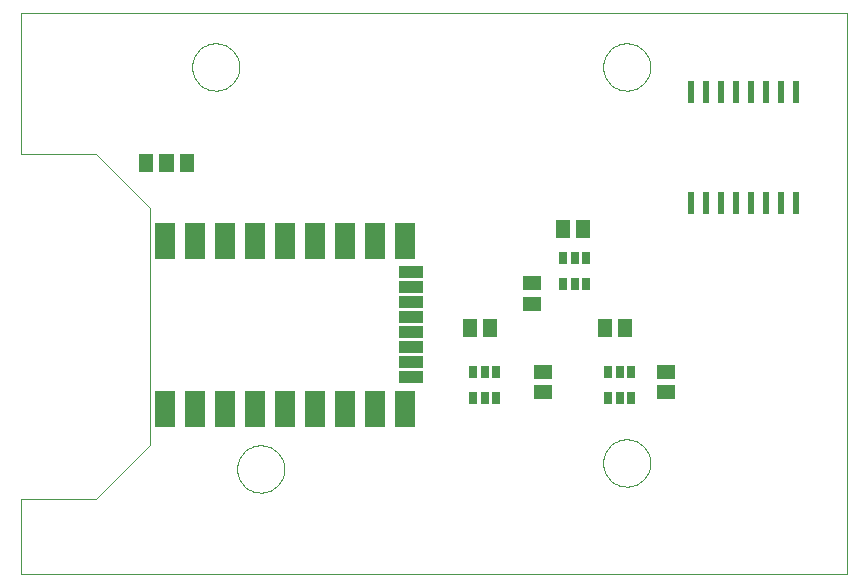
<source format=gtp>
G75*
%MOIN*%
%OFA0B0*%
%FSLAX24Y24*%
%IPPOS*%
%LPD*%
%AMOC8*
5,1,8,0,0,1.08239X$1,22.5*
%
%ADD10C,0.0000*%
%ADD11R,0.0700X0.1200*%
%ADD12R,0.0800X0.0400*%
%ADD13R,0.0210X0.0780*%
%ADD14R,0.0512X0.0591*%
%ADD15R,0.0591X0.0512*%
%ADD16R,0.0276X0.0394*%
D10*
X003250Y002550D02*
X003250Y005050D01*
X005750Y005050D01*
X007550Y006850D01*
X007550Y014750D01*
X005750Y016550D01*
X003250Y016550D01*
X003250Y021235D01*
X030809Y021235D01*
X030809Y002550D01*
X003250Y002550D01*
X010463Y006050D02*
X010465Y006106D01*
X010471Y006161D01*
X010481Y006215D01*
X010494Y006269D01*
X010512Y006322D01*
X010533Y006373D01*
X010557Y006423D01*
X010585Y006471D01*
X010617Y006517D01*
X010651Y006561D01*
X010689Y006602D01*
X010729Y006640D01*
X010772Y006675D01*
X010817Y006707D01*
X010865Y006736D01*
X010914Y006762D01*
X010965Y006784D01*
X011017Y006802D01*
X011071Y006816D01*
X011126Y006827D01*
X011181Y006834D01*
X011236Y006837D01*
X011292Y006836D01*
X011347Y006831D01*
X011402Y006822D01*
X011456Y006810D01*
X011509Y006793D01*
X011561Y006773D01*
X011611Y006749D01*
X011659Y006722D01*
X011706Y006692D01*
X011750Y006658D01*
X011792Y006621D01*
X011830Y006581D01*
X011867Y006539D01*
X011900Y006494D01*
X011929Y006448D01*
X011956Y006399D01*
X011978Y006348D01*
X011998Y006296D01*
X012013Y006242D01*
X012025Y006188D01*
X012033Y006133D01*
X012037Y006078D01*
X012037Y006022D01*
X012033Y005967D01*
X012025Y005912D01*
X012013Y005858D01*
X011998Y005804D01*
X011978Y005752D01*
X011956Y005701D01*
X011929Y005652D01*
X011900Y005606D01*
X011867Y005561D01*
X011830Y005519D01*
X011792Y005479D01*
X011750Y005442D01*
X011706Y005408D01*
X011659Y005378D01*
X011611Y005351D01*
X011561Y005327D01*
X011509Y005307D01*
X011456Y005290D01*
X011402Y005278D01*
X011347Y005269D01*
X011292Y005264D01*
X011236Y005263D01*
X011181Y005266D01*
X011126Y005273D01*
X011071Y005284D01*
X011017Y005298D01*
X010965Y005316D01*
X010914Y005338D01*
X010865Y005364D01*
X010817Y005393D01*
X010772Y005425D01*
X010729Y005460D01*
X010689Y005498D01*
X010651Y005539D01*
X010617Y005583D01*
X010585Y005629D01*
X010557Y005677D01*
X010533Y005727D01*
X010512Y005778D01*
X010494Y005831D01*
X010481Y005885D01*
X010471Y005939D01*
X010465Y005994D01*
X010463Y006050D01*
X022663Y006250D02*
X022665Y006306D01*
X022671Y006361D01*
X022681Y006415D01*
X022694Y006469D01*
X022712Y006522D01*
X022733Y006573D01*
X022757Y006623D01*
X022785Y006671D01*
X022817Y006717D01*
X022851Y006761D01*
X022889Y006802D01*
X022929Y006840D01*
X022972Y006875D01*
X023017Y006907D01*
X023065Y006936D01*
X023114Y006962D01*
X023165Y006984D01*
X023217Y007002D01*
X023271Y007016D01*
X023326Y007027D01*
X023381Y007034D01*
X023436Y007037D01*
X023492Y007036D01*
X023547Y007031D01*
X023602Y007022D01*
X023656Y007010D01*
X023709Y006993D01*
X023761Y006973D01*
X023811Y006949D01*
X023859Y006922D01*
X023906Y006892D01*
X023950Y006858D01*
X023992Y006821D01*
X024030Y006781D01*
X024067Y006739D01*
X024100Y006694D01*
X024129Y006648D01*
X024156Y006599D01*
X024178Y006548D01*
X024198Y006496D01*
X024213Y006442D01*
X024225Y006388D01*
X024233Y006333D01*
X024237Y006278D01*
X024237Y006222D01*
X024233Y006167D01*
X024225Y006112D01*
X024213Y006058D01*
X024198Y006004D01*
X024178Y005952D01*
X024156Y005901D01*
X024129Y005852D01*
X024100Y005806D01*
X024067Y005761D01*
X024030Y005719D01*
X023992Y005679D01*
X023950Y005642D01*
X023906Y005608D01*
X023859Y005578D01*
X023811Y005551D01*
X023761Y005527D01*
X023709Y005507D01*
X023656Y005490D01*
X023602Y005478D01*
X023547Y005469D01*
X023492Y005464D01*
X023436Y005463D01*
X023381Y005466D01*
X023326Y005473D01*
X023271Y005484D01*
X023217Y005498D01*
X023165Y005516D01*
X023114Y005538D01*
X023065Y005564D01*
X023017Y005593D01*
X022972Y005625D01*
X022929Y005660D01*
X022889Y005698D01*
X022851Y005739D01*
X022817Y005783D01*
X022785Y005829D01*
X022757Y005877D01*
X022733Y005927D01*
X022712Y005978D01*
X022694Y006031D01*
X022681Y006085D01*
X022671Y006139D01*
X022665Y006194D01*
X022663Y006250D01*
X022663Y019450D02*
X022665Y019506D01*
X022671Y019561D01*
X022681Y019615D01*
X022694Y019669D01*
X022712Y019722D01*
X022733Y019773D01*
X022757Y019823D01*
X022785Y019871D01*
X022817Y019917D01*
X022851Y019961D01*
X022889Y020002D01*
X022929Y020040D01*
X022972Y020075D01*
X023017Y020107D01*
X023065Y020136D01*
X023114Y020162D01*
X023165Y020184D01*
X023217Y020202D01*
X023271Y020216D01*
X023326Y020227D01*
X023381Y020234D01*
X023436Y020237D01*
X023492Y020236D01*
X023547Y020231D01*
X023602Y020222D01*
X023656Y020210D01*
X023709Y020193D01*
X023761Y020173D01*
X023811Y020149D01*
X023859Y020122D01*
X023906Y020092D01*
X023950Y020058D01*
X023992Y020021D01*
X024030Y019981D01*
X024067Y019939D01*
X024100Y019894D01*
X024129Y019848D01*
X024156Y019799D01*
X024178Y019748D01*
X024198Y019696D01*
X024213Y019642D01*
X024225Y019588D01*
X024233Y019533D01*
X024237Y019478D01*
X024237Y019422D01*
X024233Y019367D01*
X024225Y019312D01*
X024213Y019258D01*
X024198Y019204D01*
X024178Y019152D01*
X024156Y019101D01*
X024129Y019052D01*
X024100Y019006D01*
X024067Y018961D01*
X024030Y018919D01*
X023992Y018879D01*
X023950Y018842D01*
X023906Y018808D01*
X023859Y018778D01*
X023811Y018751D01*
X023761Y018727D01*
X023709Y018707D01*
X023656Y018690D01*
X023602Y018678D01*
X023547Y018669D01*
X023492Y018664D01*
X023436Y018663D01*
X023381Y018666D01*
X023326Y018673D01*
X023271Y018684D01*
X023217Y018698D01*
X023165Y018716D01*
X023114Y018738D01*
X023065Y018764D01*
X023017Y018793D01*
X022972Y018825D01*
X022929Y018860D01*
X022889Y018898D01*
X022851Y018939D01*
X022817Y018983D01*
X022785Y019029D01*
X022757Y019077D01*
X022733Y019127D01*
X022712Y019178D01*
X022694Y019231D01*
X022681Y019285D01*
X022671Y019339D01*
X022665Y019394D01*
X022663Y019450D01*
X008963Y019450D02*
X008965Y019506D01*
X008971Y019561D01*
X008981Y019615D01*
X008994Y019669D01*
X009012Y019722D01*
X009033Y019773D01*
X009057Y019823D01*
X009085Y019871D01*
X009117Y019917D01*
X009151Y019961D01*
X009189Y020002D01*
X009229Y020040D01*
X009272Y020075D01*
X009317Y020107D01*
X009365Y020136D01*
X009414Y020162D01*
X009465Y020184D01*
X009517Y020202D01*
X009571Y020216D01*
X009626Y020227D01*
X009681Y020234D01*
X009736Y020237D01*
X009792Y020236D01*
X009847Y020231D01*
X009902Y020222D01*
X009956Y020210D01*
X010009Y020193D01*
X010061Y020173D01*
X010111Y020149D01*
X010159Y020122D01*
X010206Y020092D01*
X010250Y020058D01*
X010292Y020021D01*
X010330Y019981D01*
X010367Y019939D01*
X010400Y019894D01*
X010429Y019848D01*
X010456Y019799D01*
X010478Y019748D01*
X010498Y019696D01*
X010513Y019642D01*
X010525Y019588D01*
X010533Y019533D01*
X010537Y019478D01*
X010537Y019422D01*
X010533Y019367D01*
X010525Y019312D01*
X010513Y019258D01*
X010498Y019204D01*
X010478Y019152D01*
X010456Y019101D01*
X010429Y019052D01*
X010400Y019006D01*
X010367Y018961D01*
X010330Y018919D01*
X010292Y018879D01*
X010250Y018842D01*
X010206Y018808D01*
X010159Y018778D01*
X010111Y018751D01*
X010061Y018727D01*
X010009Y018707D01*
X009956Y018690D01*
X009902Y018678D01*
X009847Y018669D01*
X009792Y018664D01*
X009736Y018663D01*
X009681Y018666D01*
X009626Y018673D01*
X009571Y018684D01*
X009517Y018698D01*
X009465Y018716D01*
X009414Y018738D01*
X009365Y018764D01*
X009317Y018793D01*
X009272Y018825D01*
X009229Y018860D01*
X009189Y018898D01*
X009151Y018939D01*
X009117Y018983D01*
X009085Y019029D01*
X009057Y019077D01*
X009033Y019127D01*
X009012Y019178D01*
X008994Y019231D01*
X008981Y019285D01*
X008971Y019339D01*
X008965Y019394D01*
X008963Y019450D01*
D11*
X009050Y013650D03*
X010050Y013650D03*
X011050Y013650D03*
X012050Y013650D03*
X013050Y013650D03*
X014050Y013650D03*
X015050Y013650D03*
X016050Y013650D03*
X008050Y013650D03*
X008050Y008050D03*
X009050Y008050D03*
X010050Y008050D03*
X011050Y008050D03*
X012050Y008050D03*
X013050Y008050D03*
X014050Y008050D03*
X015050Y008050D03*
X016050Y008050D03*
D12*
X016250Y009100D03*
X016250Y009600D03*
X016250Y010100D03*
X016250Y010600D03*
X016250Y011100D03*
X016250Y011600D03*
X016250Y012100D03*
X016250Y012600D03*
D13*
X025600Y014900D03*
X026100Y014900D03*
X026600Y014900D03*
X027100Y014900D03*
X027600Y014900D03*
X028100Y014900D03*
X028600Y014900D03*
X029100Y014900D03*
X029100Y018600D03*
X028600Y018600D03*
X028100Y018600D03*
X027600Y018600D03*
X027100Y018600D03*
X026600Y018600D03*
X026100Y018600D03*
X025600Y018600D03*
D14*
X021985Y014050D03*
X021315Y014050D03*
X022715Y010750D03*
X023385Y010750D03*
X018885Y010750D03*
X018215Y010750D03*
X008785Y016250D03*
X008115Y016250D03*
X008085Y016250D03*
X007415Y016250D03*
D15*
X020300Y012235D03*
X020300Y011565D03*
X020650Y009285D03*
X020650Y008615D03*
X024750Y008615D03*
X024750Y009285D03*
D16*
X023593Y009298D03*
X023219Y009298D03*
X022844Y009298D03*
X022844Y008432D03*
X023219Y008432D03*
X023593Y008432D03*
X019093Y008432D03*
X018719Y008432D03*
X018344Y008432D03*
X018344Y009298D03*
X018719Y009298D03*
X019093Y009298D03*
X021344Y012232D03*
X021719Y012232D03*
X022093Y012232D03*
X022093Y013098D03*
X021719Y013098D03*
X021344Y013098D03*
M02*

</source>
